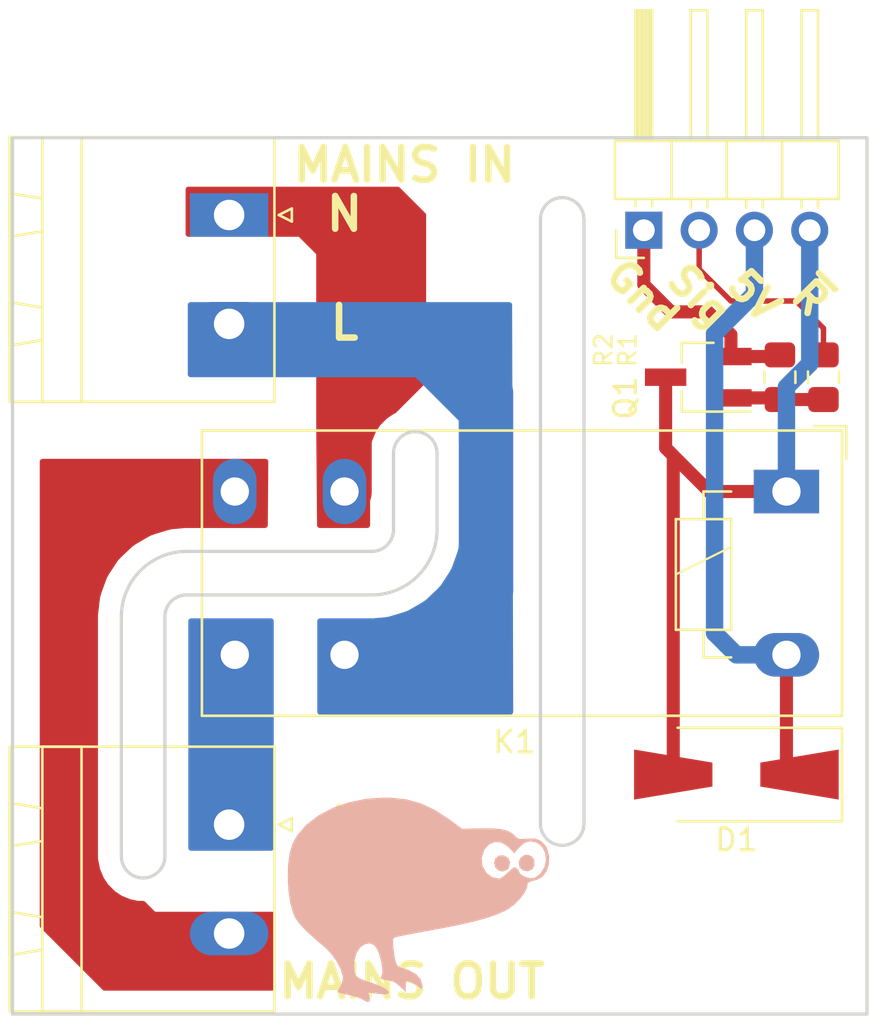
<source format=kicad_pcb>
(kicad_pcb (version 20171130) (host pcbnew "(5.0.1-dev-70-gb7b125d83)")

  (general
    (thickness 1.6)
    (drawings 30)
    (tracks 37)
    (zones 0)
    (modules 10)
    (nets 10)
  )

  (page A4)
  (layers
    (0 F.Cu signal)
    (31 B.Cu signal)
    (32 B.Adhes user)
    (33 F.Adhes user)
    (34 B.Paste user)
    (35 F.Paste user)
    (36 B.SilkS user)
    (37 F.SilkS user)
    (38 B.Mask user)
    (39 F.Mask user)
    (40 Dwgs.User user)
    (41 Cmts.User user)
    (42 Eco1.User user)
    (43 Eco2.User user)
    (44 Edge.Cuts user)
    (45 Margin user)
    (46 B.CrtYd user)
    (47 F.CrtYd user)
    (48 B.Fab user hide)
    (49 F.Fab user hide)
  )

  (setup
    (last_trace_width 0.6)
    (user_trace_width 0.4)
    (user_trace_width 0.6)
    (user_trace_width 0.8)
    (user_trace_width 1)
    (user_trace_width 1.2)
    (user_trace_width 1.4)
    (trace_clearance 0.2)
    (zone_clearance 1)
    (zone_45_only no)
    (trace_min 0.2)
    (segment_width 0.2)
    (edge_width 0.15)
    (via_size 0.8)
    (via_drill 0.4)
    (via_min_size 0.4)
    (via_min_drill 0.3)
    (uvia_size 0.3)
    (uvia_drill 0.1)
    (uvias_allowed no)
    (uvia_min_size 0.2)
    (uvia_min_drill 0.1)
    (pcb_text_width 0.3)
    (pcb_text_size 1.5 1.5)
    (mod_edge_width 0.15)
    (mod_text_size 1 1)
    (mod_text_width 0.15)
    (pad_size 1.524 1.524)
    (pad_drill 0.762)
    (pad_to_mask_clearance 0.2)
    (aux_axis_origin 0 0)
    (visible_elements FFFFFF7F)
    (pcbplotparams
      (layerselection 0x010fc_ffffffff)
      (usegerberextensions false)
      (usegerberattributes false)
      (usegerberadvancedattributes false)
      (creategerberjobfile false)
      (excludeedgelayer true)
      (linewidth 0.100000)
      (plotframeref false)
      (viasonmask false)
      (mode 1)
      (useauxorigin false)
      (hpglpennumber 1)
      (hpglpenspeed 20)
      (hpglpendiameter 15.000000)
      (psnegative false)
      (psa4output false)
      (plotreference true)
      (plotvalue true)
      (plotinvisibletext false)
      (padsonsilk false)
      (subtractmaskfromsilk false)
      (outputformat 1)
      (mirror false)
      (drillshape 0)
      (scaleselection 1)
      (outputdirectory "gerbers/"))
  )

  (net 0 "")
  (net 1 /N_in)
  (net 2 /L_in)
  (net 3 /N_out)
  (net 4 /L_out)
  (net 5 GND)
  (net 6 "Net-(J3-Pad2)")
  (net 7 "Net-(Q1-Pad1)")
  (net 8 +5V)
  (net 9 /~R)

  (net_class Default "This is the default net class."
    (clearance 0.2)
    (trace_width 0.25)
    (via_dia 0.8)
    (via_drill 0.4)
    (uvia_dia 0.3)
    (uvia_drill 0.1)
    (add_net +5V)
    (add_net /L_in)
    (add_net /L_out)
    (add_net /N_in)
    (add_net /N_out)
    (add_net /~R)
    (add_net GND)
    (add_net "Net-(J3-Pad2)")
    (add_net "Net-(Q1-Pad1)")
  )

  (module MountingHole:MountingHole_3.2mm_M3 (layer F.Cu) (tedit 5BBE545A) (tstamp 5BD4C34D)
    (at 104.5 111)
    (descr "Mounting Hole 3.2mm, no annular, M3")
    (tags "mounting hole 3.2mm no annular m3")
    (attr virtual)
    (fp_text reference REF** (at 0 -4.2) (layer F.SilkS) hide
      (effects (font (size 1 1) (thickness 0.15)))
    )
    (fp_text value MountingHole_3.2mm_M3 (at 0 4.2) (layer F.Fab)
      (effects (font (size 1 1) (thickness 0.15)))
    )
    (fp_circle (center 0 0) (end 3.45 0) (layer F.CrtYd) (width 0.05))
    (fp_circle (center 0 0) (end 3.2 0) (layer Cmts.User) (width 0.15))
    (fp_text user %R (at 0.3 0) (layer F.Fab)
      (effects (font (size 1 1) (thickness 0.15)))
    )
    (pad 1 np_thru_hole circle (at 0 0) (size 3.2 3.2) (drill 3.2) (layers *.Cu *.Mask))
  )

  (module Diode_SMD:D_SMA-SMB_Universal_Handsoldering (layer F.Cu) (tedit 5864381A) (tstamp 5BC9B90A)
    (at 101.5 103 180)
    (descr "Diode, Universal, SMA (DO-214AC) or SMB (DO-214AA), Handsoldering,")
    (tags "Diode Universal SMA (DO-214AC) SMB (DO-214AA) Handsoldering ")
    (path /5BBE437C)
    (attr smd)
    (fp_text reference D1 (at 0 -3 180) (layer F.SilkS)
      (effects (font (size 1 1) (thickness 0.15)))
    )
    (fp_text value 1n4007 (at 0 3.1 180) (layer F.Fab)
      (effects (font (size 1 1) (thickness 0.15)))
    )
    (fp_text user %R (at 0 -3 180) (layer F.Fab)
      (effects (font (size 1 1) (thickness 0.15)))
    )
    (fp_line (start -4.85 -2.15) (end -4.85 2.15) (layer F.SilkS) (width 0.12))
    (fp_line (start 2.3 2) (end -2.3 2) (layer F.Fab) (width 0.1))
    (fp_line (start -2.3 2) (end -2.3 -2) (layer F.Fab) (width 0.1))
    (fp_line (start 2.3 -2) (end 2.3 2) (layer F.Fab) (width 0.1))
    (fp_line (start 2.3 -2) (end -2.3 -2) (layer F.Fab) (width 0.1))
    (fp_line (start 2.3 1.5) (end -2.3 1.5) (layer F.Fab) (width 0.1))
    (fp_line (start -2.3 1.5) (end -2.3 -1.5) (layer F.Fab) (width 0.1))
    (fp_line (start 2.3 -1.5) (end 2.3 1.5) (layer F.Fab) (width 0.1))
    (fp_line (start 2.3 -1.5) (end -2.3 -1.5) (layer F.Fab) (width 0.1))
    (fp_line (start -4.95 -2.25) (end 4.95 -2.25) (layer F.CrtYd) (width 0.05))
    (fp_line (start 4.95 -2.25) (end 4.95 2.25) (layer F.CrtYd) (width 0.05))
    (fp_line (start 4.95 2.25) (end -4.95 2.25) (layer F.CrtYd) (width 0.05))
    (fp_line (start -4.95 2.25) (end -4.95 -2.25) (layer F.CrtYd) (width 0.05))
    (fp_line (start -0.64944 0.00102) (end -1.55114 0.00102) (layer F.Fab) (width 0.1))
    (fp_line (start 0.50118 0.00102) (end 1.4994 0.00102) (layer F.Fab) (width 0.1))
    (fp_line (start -0.64944 -0.79908) (end -0.64944 0.80112) (layer F.Fab) (width 0.1))
    (fp_line (start 0.50118 0.75032) (end 0.50118 -0.79908) (layer F.Fab) (width 0.1))
    (fp_line (start -0.64944 0.00102) (end 0.50118 0.75032) (layer F.Fab) (width 0.1))
    (fp_line (start -0.64944 0.00102) (end 0.50118 -0.79908) (layer F.Fab) (width 0.1))
    (fp_line (start -4.85 2.15) (end 2.7 2.15) (layer F.SilkS) (width 0.12))
    (fp_line (start -4.85 -2.15) (end 2.7 -2.15) (layer F.SilkS) (width 0.12))
    (pad 1 smd trapezoid (at -2.9 0 180) (size 3.6 1.7) (rect_delta 0.6 0 ) (layers F.Cu F.Paste F.Mask)
      (net 8 +5V))
    (pad 2 smd trapezoid (at 2.9 0) (size 3.6 1.7) (rect_delta 0.6 0 ) (layers F.Cu F.Paste F.Mask)
      (net 9 /~R))
    (model ${KISYS3DMOD}/Diode_SMD.3dshapes/D_SMB.wrl
      (at (xyz 0 0 0))
      (scale (xyz 1 1 1))
      (rotate (xyz 0 0 0))
    )
  )

  (module Connector_Phoenix_MSTB:PhoenixContact_MSTBA_2,5_2-G_1x02_P5.00mm_Horizontal (layer F.Cu) (tedit 5BBE51F6) (tstamp 5BC9951F)
    (at 78.2 77.3 270)
    (descr "Generic Phoenix Contact connector footprint for: MSTBA_2,5/2-G; number of pins: 02; pin pitch: 5.00mm; Angled || order number: 1757475 12A || order number: 1923759 16A (HC)")
    (tags "phoenix_contact connector MSTBA_01x02_G_5.00mm")
    (path /5BBE8BAF)
    (fp_text reference J1 (at 3.5 -3 270) (layer F.SilkS) hide
      (effects (font (size 1 1) (thickness 0.15)))
    )
    (fp_text value "Mains in" (at 2.5 11 270) (layer F.Fab)
      (effects (font (size 1 1) (thickness 0.15)))
    )
    (fp_line (start -3.58 -2.08) (end -3.58 10.08) (layer F.SilkS) (width 0.12))
    (fp_line (start -3.58 10.08) (end 8.58 10.08) (layer F.SilkS) (width 0.12))
    (fp_line (start 8.58 10.08) (end 8.58 -2.08) (layer F.SilkS) (width 0.12))
    (fp_line (start 8.58 -2.08) (end -3.58 -2.08) (layer F.SilkS) (width 0.12))
    (fp_line (start -3.5 -2) (end -3.5 10) (layer F.Fab) (width 0.1))
    (fp_line (start -3.5 10) (end 8.5 10) (layer F.Fab) (width 0.1))
    (fp_line (start 8.5 10) (end 8.5 -2) (layer F.Fab) (width 0.1))
    (fp_line (start 8.5 -2) (end -3.5 -2) (layer F.Fab) (width 0.1))
    (fp_line (start -3.58 8.58) (end -3.58 6.78) (layer F.SilkS) (width 0.12))
    (fp_line (start -3.58 6.78) (end 8.58 6.78) (layer F.SilkS) (width 0.12))
    (fp_line (start 8.58 6.78) (end 8.58 8.58) (layer F.SilkS) (width 0.12))
    (fp_line (start 8.58 8.58) (end -3.58 8.58) (layer F.SilkS) (width 0.12))
    (fp_line (start -1 10.08) (end 1 10.08) (layer F.SilkS) (width 0.12))
    (fp_line (start 1 10.08) (end 0.75 8.58) (layer F.SilkS) (width 0.12))
    (fp_line (start 0.75 8.58) (end -0.75 8.58) (layer F.SilkS) (width 0.12))
    (fp_line (start -0.75 8.58) (end -1 10.08) (layer F.SilkS) (width 0.12))
    (fp_line (start 4 10.08) (end 6 10.08) (layer F.SilkS) (width 0.12))
    (fp_line (start 6 10.08) (end 5.75 8.58) (layer F.SilkS) (width 0.12))
    (fp_line (start 5.75 8.58) (end 4.25 8.58) (layer F.SilkS) (width 0.12))
    (fp_line (start 4.25 8.58) (end 4 10.08) (layer F.SilkS) (width 0.12))
    (fp_line (start -4 -2.5) (end -4 10.5) (layer F.CrtYd) (width 0.05))
    (fp_line (start -4 10.5) (end 9 10.5) (layer F.CrtYd) (width 0.05))
    (fp_line (start 9 10.5) (end 9 -2.5) (layer F.CrtYd) (width 0.05))
    (fp_line (start 9 -2.5) (end -4 -2.5) (layer F.CrtYd) (width 0.05))
    (fp_line (start 0.3 -2.88) (end 0 -2.28) (layer F.SilkS) (width 0.12))
    (fp_line (start 0 -2.28) (end -0.3 -2.88) (layer F.SilkS) (width 0.12))
    (fp_line (start -0.3 -2.88) (end 0.3 -2.88) (layer F.SilkS) (width 0.12))
    (fp_line (start 0.95 -2) (end 0 -0.5) (layer F.Fab) (width 0.1))
    (fp_line (start 0 -0.5) (end -0.95 -2) (layer F.Fab) (width 0.1))
    (fp_text user %R (at 3.5 3 270) (layer F.Fab)
      (effects (font (size 1 1) (thickness 0.15)))
    )
    (pad 1 thru_hole rect (at 0 0 270) (size 2 3.6) (drill 1.4) (layers *.Cu *.Mask)
      (net 1 /N_in))
    (pad 2 thru_hole oval (at 5 0 270) (size 2 3.6) (drill 1.4) (layers *.Cu *.Mask)
      (net 2 /L_in))
    (model ${KISYS3DMOD}/Connector_Phoenix_MSTB.3dshapes/PhoenixContact_MSTBA_2,5_2-G_1x02_P5.00mm_Horizontal.wrl
      (at (xyz 0 0 0))
      (scale (xyz 1 1 1))
      (rotate (xyz 0 0 0))
    )
  )

  (module Connector_Phoenix_MSTB:PhoenixContact_MSTBA_2,5_2-G_1x02_P5.00mm_Horizontal (layer F.Cu) (tedit 5BBE56ED) (tstamp 5BC99F40)
    (at 78.2 105.3 270)
    (descr "Generic Phoenix Contact connector footprint for: MSTBA_2,5/2-G; number of pins: 02; pin pitch: 5.00mm; Angled || order number: 1757475 12A || order number: 1923759 16A (HC)")
    (tags "phoenix_contact connector MSTBA_01x02_G_5.00mm")
    (path /5BBE955E)
    (fp_text reference J2 (at 3.5 -3 270) (layer F.SilkS) hide
      (effects (font (size 1 1) (thickness 0.15)))
    )
    (fp_text value "Mains out" (at 2.5 11 270) (layer F.Fab)
      (effects (font (size 1 1) (thickness 0.15)))
    )
    (fp_text user %R (at 3.5 3 270) (layer F.Fab)
      (effects (font (size 1 1) (thickness 0.15)))
    )
    (fp_line (start 0 -0.5) (end -0.95 -2) (layer F.Fab) (width 0.1))
    (fp_line (start 0.95 -2) (end 0 -0.5) (layer F.Fab) (width 0.1))
    (fp_line (start -0.3 -2.88) (end 0.3 -2.88) (layer F.SilkS) (width 0.12))
    (fp_line (start 0 -2.28) (end -0.3 -2.88) (layer F.SilkS) (width 0.12))
    (fp_line (start 0.3 -2.88) (end 0 -2.28) (layer F.SilkS) (width 0.12))
    (fp_line (start 9 -2.5) (end -4 -2.5) (layer F.CrtYd) (width 0.05))
    (fp_line (start 9 10.5) (end 9 -2.5) (layer F.CrtYd) (width 0.05))
    (fp_line (start -4 10.5) (end 9 10.5) (layer F.CrtYd) (width 0.05))
    (fp_line (start -4 -2.5) (end -4 10.5) (layer F.CrtYd) (width 0.05))
    (fp_line (start 4.25 8.58) (end 4 10.08) (layer F.SilkS) (width 0.12))
    (fp_line (start 5.75 8.58) (end 4.25 8.58) (layer F.SilkS) (width 0.12))
    (fp_line (start 6 10.08) (end 5.75 8.58) (layer F.SilkS) (width 0.12))
    (fp_line (start 4 10.08) (end 6 10.08) (layer F.SilkS) (width 0.12))
    (fp_line (start -0.75 8.58) (end -1 10.08) (layer F.SilkS) (width 0.12))
    (fp_line (start 0.75 8.58) (end -0.75 8.58) (layer F.SilkS) (width 0.12))
    (fp_line (start 1 10.08) (end 0.75 8.58) (layer F.SilkS) (width 0.12))
    (fp_line (start -1 10.08) (end 1 10.08) (layer F.SilkS) (width 0.12))
    (fp_line (start 8.58 8.58) (end -3.58 8.58) (layer F.SilkS) (width 0.12))
    (fp_line (start 8.58 6.78) (end 8.58 8.58) (layer F.SilkS) (width 0.12))
    (fp_line (start -3.58 6.78) (end 8.58 6.78) (layer F.SilkS) (width 0.12))
    (fp_line (start -3.58 8.58) (end -3.58 6.78) (layer F.SilkS) (width 0.12))
    (fp_line (start 8.5 -2) (end -3.5 -2) (layer F.Fab) (width 0.1))
    (fp_line (start 8.5 10) (end 8.5 -2) (layer F.Fab) (width 0.1))
    (fp_line (start -3.5 10) (end 8.5 10) (layer F.Fab) (width 0.1))
    (fp_line (start -3.5 -2) (end -3.5 10) (layer F.Fab) (width 0.1))
    (fp_line (start 8.58 -2.08) (end -3.58 -2.08) (layer F.SilkS) (width 0.12))
    (fp_line (start 8.58 10.08) (end 8.58 -2.08) (layer F.SilkS) (width 0.12))
    (fp_line (start -3.58 10.08) (end 8.58 10.08) (layer F.SilkS) (width 0.12))
    (fp_line (start -3.58 -2.08) (end -3.58 10.08) (layer F.SilkS) (width 0.12))
    (pad 2 thru_hole oval (at 5 0 270) (size 2 3.6) (drill 1.4) (layers *.Cu *.Mask)
      (net 3 /N_out))
    (pad 1 thru_hole rect (at 0 0 270) (size 2 3.6) (drill 1.4) (layers *.Cu *.Mask)
      (net 4 /L_out))
    (model ${KISYS3DMOD}/Connector_Phoenix_MSTB.3dshapes/PhoenixContact_MSTBA_2,5_2-G_1x02_P5.00mm_Horizontal.wrl
      (at (xyz 0 0 0))
      (scale (xyz 1 1 1))
      (rotate (xyz 0 0 0))
    )
  )

  (module Connector_PinHeader_2.54mm:PinHeader_1x04_P2.54mm_Horizontal (layer F.Cu) (tedit 5BBE5962) (tstamp 5BC99590)
    (at 97.25 78 90)
    (descr "Through hole angled pin header, 1x04, 2.54mm pitch, 6mm pin length, single row")
    (tags "Through hole angled pin header THT 1x04 2.54mm single row")
    (path /5BBE4F84)
    (fp_text reference J3 (at 4.385 -2.27 90) (layer F.SilkS) hide
      (effects (font (size 1 1) (thickness 0.15)))
    )
    (fp_text value Conn_01x04 (at 4.385 9.89 90) (layer F.Fab)
      (effects (font (size 1 1) (thickness 0.15)))
    )
    (fp_line (start 2.135 -1.27) (end 4.04 -1.27) (layer F.Fab) (width 0.1))
    (fp_line (start 4.04 -1.27) (end 4.04 8.89) (layer F.Fab) (width 0.1))
    (fp_line (start 4.04 8.89) (end 1.5 8.89) (layer F.Fab) (width 0.1))
    (fp_line (start 1.5 8.89) (end 1.5 -0.635) (layer F.Fab) (width 0.1))
    (fp_line (start 1.5 -0.635) (end 2.135 -1.27) (layer F.Fab) (width 0.1))
    (fp_line (start -0.32 -0.32) (end 1.5 -0.32) (layer F.Fab) (width 0.1))
    (fp_line (start -0.32 -0.32) (end -0.32 0.32) (layer F.Fab) (width 0.1))
    (fp_line (start -0.32 0.32) (end 1.5 0.32) (layer F.Fab) (width 0.1))
    (fp_line (start 4.04 -0.32) (end 10.04 -0.32) (layer F.Fab) (width 0.1))
    (fp_line (start 10.04 -0.32) (end 10.04 0.32) (layer F.Fab) (width 0.1))
    (fp_line (start 4.04 0.32) (end 10.04 0.32) (layer F.Fab) (width 0.1))
    (fp_line (start -0.32 2.22) (end 1.5 2.22) (layer F.Fab) (width 0.1))
    (fp_line (start -0.32 2.22) (end -0.32 2.86) (layer F.Fab) (width 0.1))
    (fp_line (start -0.32 2.86) (end 1.5 2.86) (layer F.Fab) (width 0.1))
    (fp_line (start 4.04 2.22) (end 10.04 2.22) (layer F.Fab) (width 0.1))
    (fp_line (start 10.04 2.22) (end 10.04 2.86) (layer F.Fab) (width 0.1))
    (fp_line (start 4.04 2.86) (end 10.04 2.86) (layer F.Fab) (width 0.1))
    (fp_line (start -0.32 4.76) (end 1.5 4.76) (layer F.Fab) (width 0.1))
    (fp_line (start -0.32 4.76) (end -0.32 5.4) (layer F.Fab) (width 0.1))
    (fp_line (start -0.32 5.4) (end 1.5 5.4) (layer F.Fab) (width 0.1))
    (fp_line (start 4.04 4.76) (end 10.04 4.76) (layer F.Fab) (width 0.1))
    (fp_line (start 10.04 4.76) (end 10.04 5.4) (layer F.Fab) (width 0.1))
    (fp_line (start 4.04 5.4) (end 10.04 5.4) (layer F.Fab) (width 0.1))
    (fp_line (start -0.32 7.3) (end 1.5 7.3) (layer F.Fab) (width 0.1))
    (fp_line (start -0.32 7.3) (end -0.32 7.94) (layer F.Fab) (width 0.1))
    (fp_line (start -0.32 7.94) (end 1.5 7.94) (layer F.Fab) (width 0.1))
    (fp_line (start 4.04 7.3) (end 10.04 7.3) (layer F.Fab) (width 0.1))
    (fp_line (start 10.04 7.3) (end 10.04 7.94) (layer F.Fab) (width 0.1))
    (fp_line (start 4.04 7.94) (end 10.04 7.94) (layer F.Fab) (width 0.1))
    (fp_line (start 1.44 -1.33) (end 1.44 8.95) (layer F.SilkS) (width 0.12))
    (fp_line (start 1.44 8.95) (end 4.1 8.95) (layer F.SilkS) (width 0.12))
    (fp_line (start 4.1 8.95) (end 4.1 -1.33) (layer F.SilkS) (width 0.12))
    (fp_line (start 4.1 -1.33) (end 1.44 -1.33) (layer F.SilkS) (width 0.12))
    (fp_line (start 4.1 -0.38) (end 10.1 -0.38) (layer F.SilkS) (width 0.12))
    (fp_line (start 10.1 -0.38) (end 10.1 0.38) (layer F.SilkS) (width 0.12))
    (fp_line (start 10.1 0.38) (end 4.1 0.38) (layer F.SilkS) (width 0.12))
    (fp_line (start 4.1 -0.32) (end 10.1 -0.32) (layer F.SilkS) (width 0.12))
    (fp_line (start 4.1 -0.2) (end 10.1 -0.2) (layer F.SilkS) (width 0.12))
    (fp_line (start 4.1 -0.08) (end 10.1 -0.08) (layer F.SilkS) (width 0.12))
    (fp_line (start 4.1 0.04) (end 10.1 0.04) (layer F.SilkS) (width 0.12))
    (fp_line (start 4.1 0.16) (end 10.1 0.16) (layer F.SilkS) (width 0.12))
    (fp_line (start 4.1 0.28) (end 10.1 0.28) (layer F.SilkS) (width 0.12))
    (fp_line (start 1.11 -0.38) (end 1.44 -0.38) (layer F.SilkS) (width 0.12))
    (fp_line (start 1.11 0.38) (end 1.44 0.38) (layer F.SilkS) (width 0.12))
    (fp_line (start 1.44 1.27) (end 4.1 1.27) (layer F.SilkS) (width 0.12))
    (fp_line (start 4.1 2.16) (end 10.1 2.16) (layer F.SilkS) (width 0.12))
    (fp_line (start 10.1 2.16) (end 10.1 2.92) (layer F.SilkS) (width 0.12))
    (fp_line (start 10.1 2.92) (end 4.1 2.92) (layer F.SilkS) (width 0.12))
    (fp_line (start 1.042929 2.16) (end 1.44 2.16) (layer F.SilkS) (width 0.12))
    (fp_line (start 1.042929 2.92) (end 1.44 2.92) (layer F.SilkS) (width 0.12))
    (fp_line (start 1.44 3.81) (end 4.1 3.81) (layer F.SilkS) (width 0.12))
    (fp_line (start 4.1 4.7) (end 10.1 4.7) (layer F.SilkS) (width 0.12))
    (fp_line (start 10.1 4.7) (end 10.1 5.46) (layer F.SilkS) (width 0.12))
    (fp_line (start 10.1 5.46) (end 4.1 5.46) (layer F.SilkS) (width 0.12))
    (fp_line (start 1.042929 4.7) (end 1.44 4.7) (layer F.SilkS) (width 0.12))
    (fp_line (start 1.042929 5.46) (end 1.44 5.46) (layer F.SilkS) (width 0.12))
    (fp_line (start 1.44 6.35) (end 4.1 6.35) (layer F.SilkS) (width 0.12))
    (fp_line (start 4.1 7.24) (end 10.1 7.24) (layer F.SilkS) (width 0.12))
    (fp_line (start 10.1 7.24) (end 10.1 8) (layer F.SilkS) (width 0.12))
    (fp_line (start 10.1 8) (end 4.1 8) (layer F.SilkS) (width 0.12))
    (fp_line (start 1.042929 7.24) (end 1.44 7.24) (layer F.SilkS) (width 0.12))
    (fp_line (start 1.042929 8) (end 1.44 8) (layer F.SilkS) (width 0.12))
    (fp_line (start -1.27 0) (end -1.27 -1.27) (layer F.SilkS) (width 0.12))
    (fp_line (start -1.27 -1.27) (end 0 -1.27) (layer F.SilkS) (width 0.12))
    (fp_line (start -1.8 -1.8) (end -1.8 9.4) (layer F.CrtYd) (width 0.05))
    (fp_line (start -1.8 9.4) (end 10.55 9.4) (layer F.CrtYd) (width 0.05))
    (fp_line (start 10.55 9.4) (end 10.55 -1.8) (layer F.CrtYd) (width 0.05))
    (fp_line (start 10.55 -1.8) (end -1.8 -1.8) (layer F.CrtYd) (width 0.05))
    (fp_text user %R (at 2.77 3.81 180) (layer F.Fab)
      (effects (font (size 1 1) (thickness 0.15)))
    )
    (pad 1 thru_hole rect (at 0 0 90) (size 1.7 1.7) (drill 1) (layers *.Cu *.Mask)
      (net 5 GND))
    (pad 2 thru_hole oval (at 0 2.54 90) (size 1.7 1.7) (drill 1) (layers *.Cu *.Mask)
      (net 6 "Net-(J3-Pad2)"))
    (pad 3 thru_hole oval (at 0 5.08 90) (size 1.7 1.7) (drill 1) (layers *.Cu *.Mask)
      (net 8 +5V))
    (pad 4 thru_hole oval (at 0 7.62 90) (size 1.7 1.7) (drill 1) (layers *.Cu *.Mask)
      (net 9 /~R))
    (model ${KISYS3DMOD}/Connector_PinHeader_2.54mm.3dshapes/PinHeader_1x04_P2.54mm_Horizontal.wrl
      (at (xyz 0 0 0))
      (scale (xyz 1 1 1))
      (rotate (xyz 0 0 0))
    )
  )

  (module Package_TO_SOT_SMD:SOT-23_Handsoldering (layer F.Cu) (tedit 5A0AB76C) (tstamp 5BC9A318)
    (at 99.75 84.75 180)
    (descr "SOT-23, Handsoldering")
    (tags SOT-23)
    (path /5BBF1545)
    (attr smd)
    (fp_text reference Q1 (at 3.35 -0.95 270) (layer F.SilkS)
      (effects (font (size 1 1) (thickness 0.15)))
    )
    (fp_text value Q_NMOS_GSD (at 0 2.5 180) (layer F.Fab)
      (effects (font (size 1 1) (thickness 0.15)))
    )
    (fp_text user %R (at 0 0 270) (layer F.Fab)
      (effects (font (size 0.5 0.5) (thickness 0.075)))
    )
    (fp_line (start 0.76 1.58) (end 0.76 0.65) (layer F.SilkS) (width 0.12))
    (fp_line (start 0.76 -1.58) (end 0.76 -0.65) (layer F.SilkS) (width 0.12))
    (fp_line (start -2.7 -1.75) (end 2.7 -1.75) (layer F.CrtYd) (width 0.05))
    (fp_line (start 2.7 -1.75) (end 2.7 1.75) (layer F.CrtYd) (width 0.05))
    (fp_line (start 2.7 1.75) (end -2.7 1.75) (layer F.CrtYd) (width 0.05))
    (fp_line (start -2.7 1.75) (end -2.7 -1.75) (layer F.CrtYd) (width 0.05))
    (fp_line (start 0.76 -1.58) (end -2.4 -1.58) (layer F.SilkS) (width 0.12))
    (fp_line (start -0.7 -0.95) (end -0.7 1.5) (layer F.Fab) (width 0.1))
    (fp_line (start -0.15 -1.52) (end 0.7 -1.52) (layer F.Fab) (width 0.1))
    (fp_line (start -0.7 -0.95) (end -0.15 -1.52) (layer F.Fab) (width 0.1))
    (fp_line (start 0.7 -1.52) (end 0.7 1.52) (layer F.Fab) (width 0.1))
    (fp_line (start -0.7 1.52) (end 0.7 1.52) (layer F.Fab) (width 0.1))
    (fp_line (start 0.76 1.58) (end -0.7 1.58) (layer F.SilkS) (width 0.12))
    (pad 1 smd rect (at -1.5 -0.95 180) (size 1.9 0.8) (layers F.Cu F.Paste F.Mask)
      (net 7 "Net-(Q1-Pad1)"))
    (pad 2 smd rect (at -1.5 0.95 180) (size 1.9 0.8) (layers F.Cu F.Paste F.Mask)
      (net 5 GND))
    (pad 3 smd rect (at 1.5 0 180) (size 1.9 0.8) (layers F.Cu F.Paste F.Mask)
      (net 9 /~R))
    (model ${KISYS3DMOD}/Package_TO_SOT_SMD.3dshapes/SOT-23.wrl
      (at (xyz 0 0 0))
      (scale (xyz 1 1 1))
      (rotate (xyz 0 0 0))
    )
  )

  (module Resistor_SMD:R_0805_2012Metric_Pad1.15x1.40mm_HandSolder (layer F.Cu) (tedit 5BBE578E) (tstamp 5BC995D2)
    (at 105.5 84.75 90)
    (descr "Resistor SMD 0805 (2012 Metric), square (rectangular) end terminal, IPC_7351 nominal with elongated pad for handsoldering. (Body size source: https://docs.google.com/spreadsheets/d/1BsfQQcO9C6DZCsRaXUlFlo91Tg2WpOkGARC1WS5S8t0/edit?usp=sharing), generated with kicad-footprint-generator")
    (tags "resistor handsolder")
    (path /5BBE5712)
    (attr smd)
    (fp_text reference R1 (at 1.25 -9 270) (layer F.SilkS)
      (effects (font (size 0.8 0.8) (thickness 0.12)))
    )
    (fp_text value 1k (at 0 1.65 90) (layer F.Fab)
      (effects (font (size 1 1) (thickness 0.15)))
    )
    (fp_text user %R (at 0 0 90) (layer F.Fab)
      (effects (font (size 0.5 0.5) (thickness 0.08)))
    )
    (fp_line (start 1.85 0.95) (end -1.85 0.95) (layer F.CrtYd) (width 0.05))
    (fp_line (start 1.85 -0.95) (end 1.85 0.95) (layer F.CrtYd) (width 0.05))
    (fp_line (start -1.85 -0.95) (end 1.85 -0.95) (layer F.CrtYd) (width 0.05))
    (fp_line (start -1.85 0.95) (end -1.85 -0.95) (layer F.CrtYd) (width 0.05))
    (fp_line (start -0.261252 0.71) (end 0.261252 0.71) (layer F.SilkS) (width 0.12))
    (fp_line (start -0.261252 -0.71) (end 0.261252 -0.71) (layer F.SilkS) (width 0.12))
    (fp_line (start 1 0.6) (end -1 0.6) (layer F.Fab) (width 0.1))
    (fp_line (start 1 -0.6) (end 1 0.6) (layer F.Fab) (width 0.1))
    (fp_line (start -1 -0.6) (end 1 -0.6) (layer F.Fab) (width 0.1))
    (fp_line (start -1 0.6) (end -1 -0.6) (layer F.Fab) (width 0.1))
    (pad 2 smd roundrect (at 1.025 0 90) (size 1.15 1.4) (layers F.Cu F.Paste F.Mask) (roundrect_rratio 0.217391)
      (net 6 "Net-(J3-Pad2)"))
    (pad 1 smd roundrect (at -1.025 0 90) (size 1.15 1.4) (layers F.Cu F.Paste F.Mask) (roundrect_rratio 0.217391)
      (net 7 "Net-(Q1-Pad1)"))
    (model ${KISYS3DMOD}/Resistor_SMD.3dshapes/R_0805_2012Metric.wrl
      (at (xyz 0 0 0))
      (scale (xyz 1 1 1))
      (rotate (xyz 0 0 0))
    )
  )

  (module Resistor_SMD:R_0805_2012Metric_Pad1.15x1.40mm_HandSolder (layer F.Cu) (tedit 5BBE57A6) (tstamp 5BD4DBE0)
    (at 103.5 84.75 270)
    (descr "Resistor SMD 0805 (2012 Metric), square (rectangular) end terminal, IPC_7351 nominal with elongated pad for handsoldering. (Body size source: https://docs.google.com/spreadsheets/d/1BsfQQcO9C6DZCsRaXUlFlo91Tg2WpOkGARC1WS5S8t0/edit?usp=sharing), generated with kicad-footprint-generator")
    (tags "resistor handsolder")
    (path /5BBE464F)
    (attr smd)
    (fp_text reference R2 (at -1.25 8.1 90) (layer F.SilkS)
      (effects (font (size 0.8 0.8) (thickness 0.12)))
    )
    (fp_text value 10k (at 0 1.65 270) (layer F.Fab)
      (effects (font (size 1 1) (thickness 0.15)))
    )
    (fp_line (start -1 0.6) (end -1 -0.6) (layer F.Fab) (width 0.1))
    (fp_line (start -1 -0.6) (end 1 -0.6) (layer F.Fab) (width 0.1))
    (fp_line (start 1 -0.6) (end 1 0.6) (layer F.Fab) (width 0.1))
    (fp_line (start 1 0.6) (end -1 0.6) (layer F.Fab) (width 0.1))
    (fp_line (start -0.261252 -0.71) (end 0.261252 -0.71) (layer F.SilkS) (width 0.12))
    (fp_line (start -0.261252 0.71) (end 0.261252 0.71) (layer F.SilkS) (width 0.12))
    (fp_line (start -1.85 0.95) (end -1.85 -0.95) (layer F.CrtYd) (width 0.05))
    (fp_line (start -1.85 -0.95) (end 1.85 -0.95) (layer F.CrtYd) (width 0.05))
    (fp_line (start 1.85 -0.95) (end 1.85 0.95) (layer F.CrtYd) (width 0.05))
    (fp_line (start 1.85 0.95) (end -1.85 0.95) (layer F.CrtYd) (width 0.05))
    (fp_text user %R (at 0 0 270) (layer F.Fab)
      (effects (font (size 0.5 0.5) (thickness 0.08)))
    )
    (pad 1 smd roundrect (at -1.025 0 270) (size 1.15 1.4) (layers F.Cu F.Paste F.Mask) (roundrect_rratio 0.217391)
      (net 5 GND))
    (pad 2 smd roundrect (at 1.025 0 270) (size 1.15 1.4) (layers F.Cu F.Paste F.Mask) (roundrect_rratio 0.217391)
      (net 7 "Net-(Q1-Pad1)"))
    (model ${KISYS3DMOD}/Resistor_SMD.3dshapes/R_0805_2012Metric.wrl
      (at (xyz 0 0 0))
      (scale (xyz 1 1 1))
      (rotate (xyz 0 0 0))
    )
  )

  (module Relay_THT:Relay_DPST_Schrack-RT2-FormA_RM5mm (layer F.Cu) (tedit 5A6353CA) (tstamp 5BC99992)
    (at 103.8 90 180)
    (descr "Relay DPST Schrack-RT2 RM5mm 16A 250V AC Form A http://www.te.com/commerce/DocumentDelivery/DDEController?Action=srchrtrv&DocNm=RT2_reflow&DocType=DS&DocLang=EN")
    (tags "Relay DPST Schrack-RT2 RM5mm 16A 250V AC Relay")
    (path /5BBEC171)
    (fp_text reference K1 (at 12.5 -11.5 180) (layer F.SilkS)
      (effects (font (size 1 1) (thickness 0.15)))
    )
    (fp_text value G2RL2ADC5 (at 10.192 5 180) (layer F.Fab)
      (effects (font (size 1 1) (thickness 0.15)))
    )
    (fp_line (start -2.75 3) (end -1.25 3) (layer F.SilkS) (width 0.12))
    (fp_line (start -2.75 1.5) (end -2.75 3) (layer F.SilkS) (width 0.12))
    (fp_line (start -2.35 1.6) (end -1.35 2.6) (layer F.Fab) (width 0.1))
    (fp_line (start 26.65 2.6) (end 26.65 -10.1) (layer F.Fab) (width 0.1))
    (fp_line (start 26.65 -10.1) (end -2.35 -10.1) (layer F.Fab) (width 0.1))
    (fp_line (start -2.35 -10.1) (end -2.35 1.6) (layer F.Fab) (width 0.1))
    (fp_text user %R (at 12.065 -3.81) (layer F.Fab)
      (effects (font (size 1 1) (thickness 0.15)))
    )
    (fp_line (start 27.1 3.05) (end 27.1 -10.55) (layer F.CrtYd) (width 0.05))
    (fp_line (start -2.8 3.05) (end 27.1 3.05) (layer F.CrtYd) (width 0.05))
    (fp_line (start -2.8 -10.55) (end -2.8 3.05) (layer F.CrtYd) (width 0.05))
    (fp_line (start 27.1 -10.55) (end -2.8 -10.55) (layer F.CrtYd) (width 0.05))
    (fp_line (start 3.81 -6.35) (end 3.81 -7.62) (layer F.SilkS) (width 0.12))
    (fp_line (start 3.81 -7.62) (end 2.54 -7.62) (layer F.SilkS) (width 0.12))
    (fp_line (start 2.54 0) (end 3.81 0) (layer F.SilkS) (width 0.12))
    (fp_line (start 3.81 0) (end 3.81 -1.27) (layer F.SilkS) (width 0.12))
    (fp_line (start 3.81 -1.27) (end 5.08 -1.27) (layer F.SilkS) (width 0.12))
    (fp_line (start 5.08 -1.27) (end 5.08 -6.35) (layer F.SilkS) (width 0.12))
    (fp_line (start 5.08 -6.35) (end 2.54 -6.35) (layer F.SilkS) (width 0.12))
    (fp_line (start 2.54 -6.35) (end 2.54 -1.27) (layer F.SilkS) (width 0.12))
    (fp_line (start 2.54 -1.27) (end 3.81 -1.27) (layer F.SilkS) (width 0.12))
    (fp_line (start 0 -1.27) (end 0 -6.35) (layer F.Fab) (width 0.12))
    (fp_line (start -2.55 -10.3) (end -2.55 2.8) (layer F.SilkS) (width 0.12))
    (fp_line (start 26.85 -10.3) (end -2.55 -10.3) (layer F.SilkS) (width 0.12))
    (fp_line (start 26.85 2.8) (end 26.85 -10.3) (layer F.SilkS) (width 0.12))
    (fp_line (start -2.55 2.8) (end 26.85 2.8) (layer F.SilkS) (width 0.12))
    (fp_line (start -1.35 2.6) (end 26.65 2.6) (layer F.Fab) (width 0.1))
    (fp_line (start 2.54 -2.54) (end 5.08 -3.81) (layer F.SilkS) (width 0.1))
    (pad A1 thru_hole rect (at 0 0) (size 3 2) (drill 1.3) (layers *.Cu *.Mask)
      (net 9 /~R))
    (pad A2 thru_hole oval (at 0 -7.5) (size 3 2) (drill 1.3) (layers *.Cu *.Mask)
      (net 8 +5V))
    (pad 11 thru_hole oval (at 20.3 0) (size 2 3) (drill 1.3) (layers *.Cu *.Mask)
      (net 1 /N_in))
    (pad 24 thru_hole oval (at 25.34 -7.5) (size 2 3) (drill 1.3) (layers *.Cu *.Mask)
      (net 4 /L_out))
    (pad 21 thru_hole oval (at 20.3 -7.5) (size 2 3) (drill 1.3) (layers *.Cu *.Mask)
      (net 2 /L_in))
    (pad 14 thru_hole oval (at 25.34 0) (size 2 3) (drill 1.3) (layers *.Cu *.Mask)
      (net 3 /N_out))
    (model ${KISYS3DMOD}/Relay_THT.3dshapes/Relay_DPST_Schrack-RT2-FormA_RM5mm.wrl
      (at (xyz 0 0 0))
      (scale (xyz 1 1 1))
      (rotate (xyz 0 0 0))
    )
  )

  (module graphics:Kiwi-silk (layer B.Cu) (tedit 0) (tstamp 5BD4DFBD)
    (at 86.9 108.8 180)
    (fp_text reference G*** (at 0 0 180) (layer B.SilkS) hide
      (effects (font (size 1.524 1.524) (thickness 0.3)) (justify mirror))
    )
    (fp_text value LOGO (at 0.75 0 180) (layer B.SilkS) hide
      (effects (font (size 1.524 1.524) (thickness 0.3)) (justify mirror))
    )
    (fp_poly (pts (xy -3.688247 2.075036) (xy -3.521848 1.936859) (xy -3.471333 1.742234) (xy -3.535127 1.524984)
      (xy -3.691507 1.389034) (xy -3.887968 1.35101) (xy -4.072006 1.427538) (xy -4.150378 1.527199)
      (xy -4.20467 1.769331) (xy -4.118715 1.972828) (xy -3.930258 2.083592) (xy -3.688247 2.075036)) (layer B.SilkS) (width 0.01))
    (fp_poly (pts (xy -4.84041 2.0936) (xy -4.682632 1.968271) (xy -4.603253 1.776929) (xy -4.64196 1.552361)
      (xy -4.650935 1.53471) (xy -4.810578 1.391445) (xy -5.028412 1.360078) (xy -5.227054 1.451047)
      (xy -5.2324 1.456267) (xy -5.323193 1.649688) (xy -5.309675 1.879163) (xy -5.2324 2.015067)
      (xy -5.036895 2.120128) (xy -4.84041 2.0936)) (layer B.SilkS) (width 0.01))
    (fp_poly (pts (xy 2.408064 4.684186) (xy 3.211965 4.519768) (xy 3.952217 4.258615) (xy 4.607631 3.911264)
      (xy 5.157013 3.48825) (xy 5.579173 3.00011) (xy 5.779099 2.644526) (xy 5.912059 2.212994)
      (xy 5.987545 1.672117) (xy 6.007098 1.071268) (xy 5.972262 0.459819) (xy 5.884579 -0.112859)
      (xy 5.745592 -0.597394) (xy 5.672666 -0.762001) (xy 5.469128 -1.054059) (xy 5.116586 -1.424774)
      (xy 4.615661 -1.873522) (xy 4.300817 -2.134205) (xy 4.022117 -2.414462) (xy 3.772247 -2.76206)
      (xy 3.581488 -3.125177) (xy 3.480121 -3.451994) (xy 3.471333 -3.553784) (xy 3.52073 -3.792661)
      (xy 3.606969 -3.965969) (xy 3.693898 -4.117575) (xy 3.706345 -4.195877) (xy 3.609528 -4.230528)
      (xy 3.39898 -4.281127) (xy 3.215835 -4.318284) (xy 2.919283 -4.390943) (xy 2.66506 -4.481057)
      (xy 2.569104 -4.530548) (xy 2.356554 -4.642492) (xy 2.250265 -4.626053) (xy 2.243836 -4.479264)
      (xy 2.254057 -4.433744) (xy 2.310007 -4.210822) (xy 1.832337 -4.270503) (xy 1.531954 -4.28765)
      (xy 1.379116 -4.252084) (xy 1.364437 -4.174708) (xy 1.478534 -4.066425) (xy 1.712021 -3.938139)
      (xy 2.055513 -3.800754) (xy 2.306396 -3.719718) (xy 2.647157 -3.600689) (xy 2.852786 -3.465493)
      (xy 2.949308 -3.273393) (xy 2.962746 -2.983652) (xy 2.939772 -2.728255) (xy 2.851156 -2.400297)
      (xy 2.687151 -2.150581) (xy 2.478139 -1.994577) (xy 2.254503 -1.947755) (xy 2.046627 -2.025583)
      (xy 1.904972 -2.201386) (xy 1.79682 -2.468089) (xy 1.713636 -2.778171) (xy 1.664587 -3.07873)
      (xy 1.65884 -3.316861) (xy 1.692454 -3.42794) (xy 1.735875 -3.551425) (xy 1.61972 -3.622495)
      (xy 1.408086 -3.640666) (xy 1.126323 -3.717195) (xy 0.871864 -3.911275) (xy 0.592667 -4.181884)
      (xy 0.592667 -3.913371) (xy 0.581828 -3.732534) (xy 0.518373 -3.685007) (xy 0.359988 -3.733321)
      (xy 0.132005 -3.847156) (xy -0.021012 -3.956015) (xy -0.127641 -4.036742) (xy -0.165159 -3.986862)
      (xy -0.169333 -3.861607) (xy -0.089665 -3.594035) (xy 0.129392 -3.356988) (xy 0.457914 -3.178261)
      (xy 0.621122 -3.127328) (xy 0.819388 -3.069576) (xy 0.950372 -2.992992) (xy 1.033846 -2.862427)
      (xy 1.089582 -2.642732) (xy 1.137351 -2.298757) (xy 1.15078 -2.185696) (xy 1.17612 -1.911293)
      (xy 1.16396 -1.759734) (xy 1.105612 -1.686997) (xy 1.047758 -1.663752) (xy 0.918515 -1.63459)
      (xy 0.650515 -1.581049) (xy 0.271708 -1.508469) (xy -0.189958 -1.422191) (xy -0.706535 -1.327557)
      (xy -0.804333 -1.309841) (xy -1.702119 -1.13752) (xy -2.449385 -0.97121) (xy -3.06457 -0.805698)
      (xy -3.566117 -0.635775) (xy -3.972466 -0.456229) (xy -4.13107 -0.369804) (xy -4.399724 -0.171977)
      (xy -4.654649 0.084818) (xy -4.859796 0.356266) (xy -4.979118 0.59805) (xy -4.995333 0.692694)
      (xy -5.010666 0.799303) (xy -5.083958 0.868561) (xy -5.256149 0.925754) (xy -5.44246 0.968868)
      (xy -5.693937 1.103386) (xy -5.877384 1.355014) (xy -5.981809 1.681425) (xy -5.990266 1.891969)
      (xy -5.859768 1.891969) (xy -5.796484 1.571005) (xy -5.617927 1.280459) (xy -5.542437 1.2065)
      (xy -5.323879 1.054137) (xy -5.120377 1.029155) (xy -4.872317 1.114257) (xy -4.714573 1.201499)
      (xy -4.653974 1.262424) (xy -4.606298 1.362277) (xy -4.537385 1.462445) (xy -4.460019 1.541728)
      (xy -4.376633 1.536532) (xy -4.245155 1.43173) (xy -4.125211 1.314278) (xy -3.926626 1.140265)
      (xy -3.756647 1.032786) (xy -3.696979 1.016) (xy -3.367795 1.092349) (xy -3.106161 1.297164)
      (xy -2.940756 1.5941) (xy -2.900264 1.94681) (xy -2.908696 2.014913) (xy -3.030769 2.36244)
      (xy -3.244757 2.596315) (xy -3.51727 2.704867) (xy -3.81492 2.676424) (xy -4.104318 2.499311)
      (xy -4.153552 2.450104) (xy -4.395709 2.190875) (xy -4.639938 2.464215) (xy -4.873828 2.666706)
      (xy -5.11447 2.736651) (xy -5.150325 2.737556) (xy -5.453058 2.666145) (xy -5.678548 2.476662)
      (xy -5.817287 2.206229) (xy -5.859768 1.891969) (xy -5.990266 1.891969) (xy -5.996224 2.040291)
      (xy -5.909638 2.389287) (xy -5.84431 2.516562) (xy -5.629181 2.753373) (xy -5.337468 2.861913)
      (xy -4.94366 2.851273) (xy -4.916555 2.847096) (xy -4.659855 2.833289) (xy -4.505841 2.901864)
      (xy -4.482219 2.927163) (xy -4.295872 3.105243) (xy -4.063431 3.225489) (xy -3.752546 3.296189)
      (xy -3.330865 3.325629) (xy -2.926406 3.325688) (xy -2.000478 3.30934) (xy -1.444739 3.718332)
      (xy -0.764255 4.16529) (xy -0.109436 4.473776) (xy 0.564842 4.659145) (xy 1.303705 4.736751)
      (xy 1.561708 4.741334) (xy 2.408064 4.684186)) (layer B.SilkS) (width 0.01))
  )

  (gr_text N (at 83.5 110.4) (layer F.SilkS) (tstamp 5BD4DEF4)
    (effects (font (size 1.5 1.5) (thickness 0.3)))
  )
  (gr_text "MAINS OUT" (at 86.6 112.5) (layer F.SilkS) (tstamp 5BD4DE7E)
    (effects (font (size 1.5 1.5) (thickness 0.3)))
  )
  (gr_text L (at 83.5 105.3) (layer F.SilkS) (tstamp 5BD4DDC7)
    (effects (font (size 1.5 1.5) (thickness 0.3)))
  )
  (gr_text ~R (at 104.9 81.1 -45) (layer F.SilkS)
    (effects (font (size 1.3 1.3) (thickness 0.3)))
  )
  (gr_text "5V\n" (at 102.3 81 -45) (layer F.SilkS)
    (effects (font (size 1.3 1.3) (thickness 0.3)))
  )
  (gr_text Sig (at 99.8 81 -45) (layer F.SilkS)
    (effects (font (size 1.3 1.3) (thickness 0.3)))
  )
  (gr_text Gnd (at 97.2 81 -45) (layer F.SilkS)
    (effects (font (size 1.3 1.3) (thickness 0.3)))
  )
  (gr_text N (at 83.5 77.25) (layer F.SilkS) (tstamp 5BC9B37B)
    (effects (font (size 1.5 1.5) (thickness 0.3)))
  )
  (gr_text L (at 83.5 82.25) (layer F.SilkS)
    (effects (font (size 1.5 1.5) (thickness 0.3)))
  )
  (gr_text "MAINS IN" (at 86.25 75) (layer F.SilkS)
    (effects (font (size 1.5 1.5) (thickness 0.3)))
  )
  (gr_line (start 68.25 114) (end 68.25 73.75) (layer Edge.Cuts) (width 0.15))
  (gr_line (start 73.25 95.75) (end 73.25 106.75) (layer Edge.Cuts) (width 0.15) (tstamp 5BC9B0FC))
  (gr_arc (start 76.25 95.75) (end 76.25 92.75) (angle -90) (layer Edge.Cuts) (width 0.15) (tstamp 5BC9B071))
  (gr_arc (start 76.25 95.75) (end 76.25 94.75) (angle -90) (layer Edge.Cuts) (width 0.15))
  (gr_line (start 75.25 106.75) (end 75.25 95.75) (layer Edge.Cuts) (width 0.15) (tstamp 5BC9B0FF))
  (gr_line (start 68.25 114) (end 107.5 114) (layer Edge.Cuts) (width 0.15) (tstamp 5BC9AEC5))
  (gr_line (start 107.5 73.75) (end 107.5 114) (layer Edge.Cuts) (width 0.15))
  (gr_line (start 68.25 73.75) (end 107.5 73.75) (layer Edge.Cuts) (width 0.15))
  (gr_line (start 92.5 77.5) (end 92.5 105.25) (layer Edge.Cuts) (width 0.15) (tstamp 5BC9A189))
  (gr_arc (start 93.5 105.25) (end 92.5 105.25) (angle -180) (layer Edge.Cuts) (width 0.15) (tstamp 5BC9A178))
  (gr_line (start 94.5 77.5) (end 94.5 105.25) (layer Edge.Cuts) (width 0.15) (tstamp 5BC9A146))
  (gr_arc (start 93.5 77.5) (end 94.5 77.5) (angle -180) (layer Edge.Cuts) (width 0.15) (tstamp 5BC9A144))
  (gr_line (start 76.25 94.75) (end 84.75 94.75) (layer Edge.Cuts) (width 0.15) (tstamp 5BC9A0C7))
  (gr_line (start 85.75 88.25) (end 85.75 91.75) (layer Edge.Cuts) (width 0.15))
  (gr_arc (start 84.75 91.75) (end 84.75 92.75) (angle -90) (layer Edge.Cuts) (width 0.15) (tstamp 5BC9A0B1))
  (gr_arc (start 84.75 91.75) (end 84.75 94.75) (angle -90) (layer Edge.Cuts) (width 0.15))
  (gr_line (start 87.75 88.25) (end 87.75 91.75) (layer Edge.Cuts) (width 0.15) (tstamp 5BC9A0A3))
  (gr_arc (start 86.75 88.25) (end 87.75 88.25) (angle -180) (layer Edge.Cuts) (width 0.15) (tstamp 5BC9A0A2))
  (gr_line (start 76.25 92.75) (end 84.75 92.75) (layer Edge.Cuts) (width 0.15))
  (gr_arc (start 74.25 106.75) (end 73.25 106.75) (angle -180) (layer Edge.Cuts) (width 0.15) (tstamp 5BC9B0F9))

  (segment (start 103.8 102.4) (end 104.4 103) (width 0.6) (layer F.Cu) (net 8))
  (segment (start 103.8 97.5) (end 103.8 102.4) (width 0.6) (layer F.Cu) (net 8))
  (segment (start 101.5 97.5) (end 100.5 96.5) (width 0.8) (layer B.Cu) (net 8))
  (segment (start 103.8 97.5) (end 101.5 97.5) (width 0.8) (layer B.Cu) (net 8))
  (segment (start 100.5 96.5) (end 100.5 82.75) (width 0.8) (layer B.Cu) (net 8))
  (segment (start 102.33 80.92) (end 102.33 78) (width 0.8) (layer B.Cu) (net 8))
  (segment (start 100.5 82.75) (end 102.33 80.92) (width 0.8) (layer B.Cu) (net 8))
  (segment (start 98.25 88) (end 98.25 84.75) (width 0.6) (layer F.Cu) (net 9))
  (segment (start 100.25 90) (end 98.25 88) (width 0.6) (layer F.Cu) (net 9))
  (segment (start 103.8 90) (end 100.25 90) (width 0.6) (layer F.Cu) (net 9))
  (segment (start 103.3 90) (end 103.8 90) (width 0.6) (layer F.Cu) (net 9))
  (segment (start 103.8 90) (end 103.8 85.2) (width 0.8) (layer B.Cu) (net 9))
  (segment (start 104.87 84.13) (end 104.87 78) (width 0.8) (layer B.Cu) (net 9))
  (segment (start 103.8 85.2) (end 104.87 84.13) (width 0.8) (layer B.Cu) (net 9))
  (segment (start 98.6 88.35) (end 98.25 88) (width 0.6) (layer F.Cu) (net 9))
  (segment (start 98.6 103) (end 98.6 88.35) (width 0.6) (layer F.Cu) (net 9))
  (segment (start 87 97.5) (end 83.5 97.5) (width 2.5) (layer B.Cu) (net 2))
  (segment (start 90 94.5) (end 87 97.5) (width 2.5) (layer B.Cu) (net 2))
  (segment (start 90 85.5) (end 90 94.5) (width 2.5) (layer B.Cu) (net 2))
  (segment (start 83.5 90) (end 83.5 78.3) (width 2.5) (layer F.Cu) (net 1))
  (segment (start 78.46 97.5) (end 78.46 105.04) (width 2.5) (layer B.Cu) (net 4))
  (segment (start 78.46 90) (end 71.257139 90) (width 2.5) (layer F.Cu) (net 3))
  (segment (start 103.425 83.8) (end 103.5 83.725) (width 0.6) (layer F.Cu) (net 5))
  (segment (start 101.25 83.8) (end 103.425 83.8) (width 0.6) (layer F.Cu) (net 5))
  (segment (start 101.25 82.8) (end 100.2 81.75) (width 0.6) (layer F.Cu) (net 5))
  (segment (start 101.25 83.8) (end 101.25 82.8) (width 0.6) (layer F.Cu) (net 5))
  (segment (start 100.2 81.75) (end 98.5 81.75) (width 0.6) (layer F.Cu) (net 5))
  (segment (start 97.25 80.5) (end 97.25 78) (width 0.6) (layer F.Cu) (net 5))
  (segment (start 98.5 81.75) (end 97.25 80.5) (width 0.6) (layer F.Cu) (net 5))
  (segment (start 99.79 78) (end 99.79 79.79) (width 0.25) (layer F.Cu) (net 6))
  (segment (start 99.79 79.79) (end 101.25 81.25) (width 0.25) (layer F.Cu) (net 6))
  (segment (start 101.25 81.25) (end 104.25 81.25) (width 0.25) (layer F.Cu) (net 6))
  (segment (start 105.5 82.5) (end 105.5 83.725) (width 0.25) (layer F.Cu) (net 6))
  (segment (start 104.25 81.25) (end 105.5 82.5) (width 0.25) (layer F.Cu) (net 6))
  (segment (start 103.425 85.7) (end 103.5 85.775) (width 0.6) (layer F.Cu) (net 7))
  (segment (start 101.25 85.7) (end 103.425 85.7) (width 0.6) (layer F.Cu) (net 7))
  (segment (start 103.5 85.775) (end 105.5 85.775) (width 0.6) (layer F.Cu) (net 7))

  (zone (net 3) (net_name /N_out) (layer F.Cu) (tstamp 5BD4EAD4) (hatch edge 0.508)
    (connect_pads yes (clearance 1))
    (min_thickness 0.254)
    (fill yes (arc_segments 16) (thermal_gap 0.508) (thermal_bridge_width 0.508))
    (polygon
      (pts
        (xy 80.3 109.3) (xy 74.8 109.3) (xy 74.3 108.8) (xy 73.3 104.6) (xy 79.9 101.8)
        (xy 80 88.5) (xy 69.5 88.5) (xy 69.5 110) (xy 72.5 113) (xy 80.3 113)
      )
    )
    (filled_polygon
      (pts
        (xy 79.85008 91.548) (xy 76.131616 91.548) (xy 76.078833 91.558499) (xy 75.611895 91.600172) (xy 75.564019 91.61013)
        (xy 75.515187 91.612775) (xy 75.370325 91.647019) (xy 74.705332 91.848426) (xy 74.64561 91.874394) (xy 74.583129 91.892783)
        (xy 74.45003 91.959434) (xy 73.849206 92.30842) (xy 73.797055 92.347434) (xy 73.740483 92.379702) (xy 73.626287 92.475185)
        (xy 73.121864 92.95303) (xy 73.080092 93.002988) (xy 73.032457 93.047409) (xy 72.94329 93.166602) (xy 72.562321 93.747674)
        (xy 72.533158 93.805912) (xy 72.497024 93.860092) (xy 72.437668 93.9966) (xy 72.200594 94.649728) (xy 72.18561 94.713113)
        (xy 72.16291 94.774153) (xy 72.13655 94.920655) (xy 72.061677 95.562859) (xy 72.048 95.631617) (xy 72.048001 106.868384)
        (xy 72.071096 106.984491) (xy 72.071096 106.984497) (xy 72.147216 107.36718) (xy 72.147216 107.367181) (xy 72.326693 107.800478)
        (xy 72.543466 108.124902) (xy 72.875098 108.456534) (xy 73.199522 108.673307) (xy 73.632818 108.852783) (xy 73.63282 108.852784)
        (xy 74.015502 108.928904) (xy 74.249298 108.928904) (xy 74.710197 109.389803) (xy 74.751399 109.417333) (xy 74.8 109.427)
        (xy 80.173 109.427) (xy 80.173 112.798) (xy 72.477606 112.798) (xy 69.627 109.947394) (xy 69.627 88.627)
        (xy 79.872042 88.627)
      )
    )
  )
  (zone (net 4) (net_name /L_out) (layer B.Cu) (tstamp 5BD4EAD1) (hatch edge 0.508)
    (priority 1)
    (connect_pads yes (clearance 1))
    (min_thickness 0.254)
    (fill yes (arc_segments 16) (thermal_gap 0.508) (thermal_bridge_width 0.508))
    (polygon
      (pts
        (xy 80.25 106.5) (xy 80.25 95.75) (xy 76 95.75) (xy 76 106.5)
      )
    )
    (filled_polygon
      (pts
        (xy 80.123 106.373) (xy 76.452 106.373) (xy 76.452 95.952) (xy 80.123 95.952)
      )
    )
  )
  (zone (net 2) (net_name /L_in) (layer B.Cu) (tstamp 5BD4EACE) (hatch edge 0.508)
    (priority 1)
    (connect_pads yes (clearance 1))
    (min_thickness 0.254)
    (fill yes (arc_segments 16) (thermal_gap 0.508) (thermal_bridge_width 0.508))
    (polygon
      (pts
        (xy 76.3 84.75) (xy 86.75 84.75) (xy 88.75 86.75) (xy 88.75 91.5) (xy 82.25 95.5)
        (xy 82.25 100.25) (xy 91.25 100.25) (xy 91.2 81.3) (xy 76.3 81.3)
      )
    )
    (filled_polygon
      (pts
        (xy 91.122664 100.123) (xy 82.377 100.123) (xy 82.377 95.952) (xy 84.868384 95.952) (xy 84.921166 95.941501)
        (xy 85.388105 95.899828) (xy 85.435981 95.88987) (xy 85.484813 95.887225) (xy 85.629675 95.852981) (xy 86.294668 95.651574)
        (xy 86.35439 95.625606) (xy 86.416871 95.607217) (xy 86.54997 95.540566) (xy 87.150794 95.19158) (xy 87.202947 95.152565)
        (xy 87.259516 95.120298) (xy 87.373701 95.024824) (xy 87.373712 95.024816) (xy 87.373716 95.024811) (xy 87.878136 94.546971)
        (xy 87.919911 94.497008) (xy 87.967543 94.452591) (xy 88.056711 94.333398) (xy 88.437679 93.752326) (xy 88.466842 93.694088)
        (xy 88.502976 93.639908) (xy 88.562332 93.5034) (xy 88.799406 92.850271) (xy 88.814389 92.78689) (xy 88.83709 92.725847)
        (xy 88.86345 92.579345) (xy 88.938323 91.937145) (xy 88.952 91.868384) (xy 88.952 88.131616) (xy 88.92461 87.993914)
        (xy 88.877 87.754562) (xy 88.877 86.75) (xy 88.867333 86.701399) (xy 88.839803 86.660197) (xy 86.839803 84.660197)
        (xy 86.798601 84.632667) (xy 86.75 84.623) (xy 76.427 84.623) (xy 76.427 81.427) (xy 91.073334 81.427)
      )
    )
  )
  (zone (net 1) (net_name /N_in) (layer F.Cu) (tstamp 5BD4EACB) (hatch edge 0.508)
    (priority 1)
    (connect_pads yes (clearance 1))
    (min_thickness 0.254)
    (fill yes (arc_segments 16) (thermal_gap 0.508) (thermal_bridge_width 0.508))
    (polygon
      (pts
        (xy 76.2 76) (xy 86 76) (xy 87.25 77.25) (xy 87.25 85) (xy 85.5 86.75)
        (xy 85.5 93) (xy 82.25 93) (xy 82.2 87) (xy 82.2 79.1) (xy 81.4 78.3)
        (xy 76.2 78.3)
      )
    )
    (filled_polygon
      (pts
        (xy 87.123 77.302606) (xy 87.123 84.947394) (xy 85.77494 86.295454) (xy 85.699522 86.326693) (xy 85.375098 86.543466)
        (xy 85.043466 86.875098) (xy 84.826693 87.199522) (xy 84.647216 87.632819) (xy 84.647216 87.63282) (xy 84.571096 88.015503)
        (xy 84.548 88.131617) (xy 84.548001 91.548) (xy 82.364904 91.548) (xy 82.327 86.999422) (xy 82.327 79.1)
        (xy 82.317333 79.051399) (xy 82.289803 79.010197) (xy 81.489803 78.210197) (xy 81.448601 78.182667) (xy 81.4 78.173)
        (xy 76.327 78.173) (xy 76.327 76.127) (xy 85.947394 76.127)
      )
    )
  )
)

</source>
